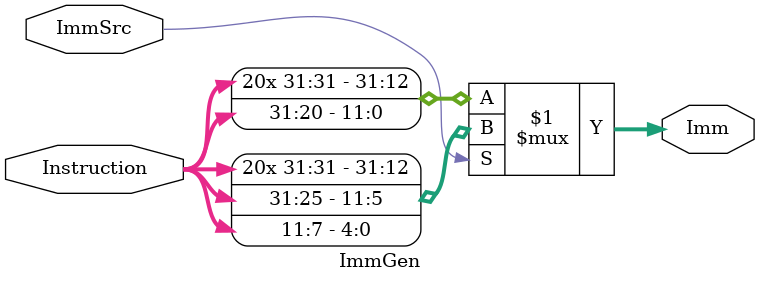
<source format=v>
`timescale 1ns / 1ps


module ImmGen(
    input [31:0]Instruction,
    input ImmSrc,
    output [31:0]Imm
    );
    
    assign Imm = (ImmSrc) ? ({{20{Instruction[31]}},Instruction[31:25],Instruction[11:7]}) : {{20{Instruction[31]}},Instruction[31:20]};




endmodule

</source>
